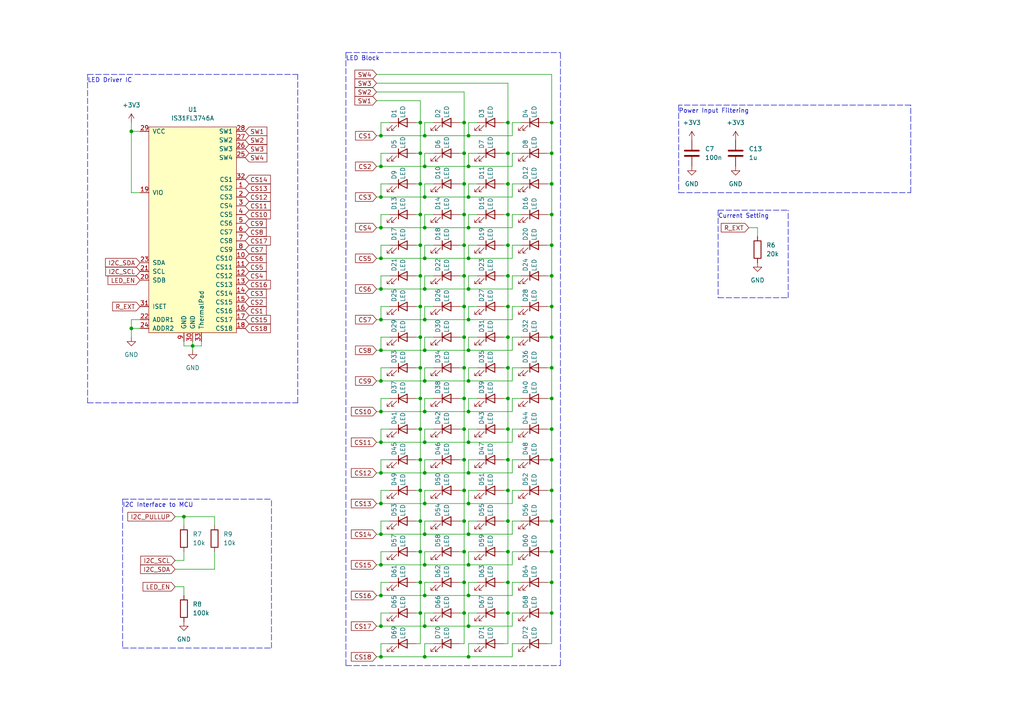
<source format=kicad_sch>
(kicad_sch (version 20211123) (generator eeschema)
  (paper "A4")
  (junction (at 134.62 35.56))
  (junction (at 123.19 48.26))
  (junction (at 147.32 124.46))
  (junction (at 135.89 128.27))
  (junction (at 123.19 57.15))
  (junction (at 134.62 106.68))
  (junction (at 135.89 57.15))
  (junction (at 134.62 115.57))
  (junction (at 123.19 137.16))
  (junction (at 110.49 39.37))
  (junction (at 147.32 177.8))
  (junction (at 123.19 119.38))
  (junction (at 134.62 151.13))
  (junction (at 123.19 92.71))
  (junction (at 123.19 181.61))
  (junction (at 160.02 160.02))
  (junction (at 160.02 106.68))
  (junction (at 135.89 74.93))
  (junction (at 110.49 190.5))
  (junction (at 110.49 92.71))
  (junction (at 110.49 146.05))
  (junction (at 38.1 95.25))
  (junction (at 134.62 71.12))
  (junction (at 121.92 177.8))
  (junction (at 134.62 168.91))
  (junction (at 160.02 115.57))
  (junction (at 121.92 133.35))
  (junction (at 134.62 97.79))
  (junction (at 110.49 57.15))
  (junction (at 121.92 35.56))
  (junction (at 135.89 163.83))
  (junction (at 147.32 88.9))
  (junction (at 55.88 100.33))
  (junction (at 147.32 168.91))
  (junction (at 147.32 142.24))
  (junction (at 160.02 168.91))
  (junction (at 160.02 142.24))
  (junction (at 53.34 149.86))
  (junction (at 160.02 53.34))
  (junction (at 123.19 39.37))
  (junction (at 147.32 35.56))
  (junction (at 110.49 83.82))
  (junction (at 121.92 168.91))
  (junction (at 147.32 71.12))
  (junction (at 160.02 62.23))
  (junction (at 110.49 110.49))
  (junction (at 110.49 66.04))
  (junction (at 160.02 44.45))
  (junction (at 160.02 124.46))
  (junction (at 110.49 154.94))
  (junction (at 121.92 53.34))
  (junction (at 121.92 71.12))
  (junction (at 123.19 172.72))
  (junction (at 135.89 48.26))
  (junction (at 123.19 163.83))
  (junction (at 134.62 53.34))
  (junction (at 121.92 80.01))
  (junction (at 147.32 53.34))
  (junction (at 135.89 110.49))
  (junction (at 147.32 44.45))
  (junction (at 123.19 74.93))
  (junction (at 121.92 151.13))
  (junction (at 135.89 181.61))
  (junction (at 121.92 124.46))
  (junction (at 123.19 146.05))
  (junction (at 121.92 44.45))
  (junction (at 160.02 133.35))
  (junction (at 135.89 83.82))
  (junction (at 121.92 160.02))
  (junction (at 135.89 92.71))
  (junction (at 134.62 80.01))
  (junction (at 147.32 106.68))
  (junction (at 123.19 83.82))
  (junction (at 121.92 142.24))
  (junction (at 134.62 124.46))
  (junction (at 147.32 97.79))
  (junction (at 160.02 151.13))
  (junction (at 147.32 62.23))
  (junction (at 160.02 71.12))
  (junction (at 123.19 101.6))
  (junction (at 134.62 44.45))
  (junction (at 110.49 48.26))
  (junction (at 123.19 190.5))
  (junction (at 110.49 181.61))
  (junction (at 147.32 133.35))
  (junction (at 135.89 101.6))
  (junction (at 135.89 66.04))
  (junction (at 110.49 101.6))
  (junction (at 121.92 62.23))
  (junction (at 110.49 172.72))
  (junction (at 121.92 88.9))
  (junction (at 135.89 190.5))
  (junction (at 110.49 137.16))
  (junction (at 134.62 160.02))
  (junction (at 160.02 97.79))
  (junction (at 123.19 128.27))
  (junction (at 135.89 154.94))
  (junction (at 147.32 151.13))
  (junction (at 160.02 177.8))
  (junction (at 147.32 160.02))
  (junction (at 160.02 80.01))
  (junction (at 160.02 35.56))
  (junction (at 121.92 115.57))
  (junction (at 110.49 163.83))
  (junction (at 123.19 66.04))
  (junction (at 134.62 62.23))
  (junction (at 160.02 88.9))
  (junction (at 121.92 97.79))
  (junction (at 134.62 177.8))
  (junction (at 135.89 39.37))
  (junction (at 123.19 154.94))
  (junction (at 121.92 106.68))
  (junction (at 134.62 88.9))
  (junction (at 135.89 172.72))
  (junction (at 134.62 133.35))
  (junction (at 135.89 119.38))
  (junction (at 135.89 146.05))
  (junction (at 110.49 119.38))
  (junction (at 110.49 74.93))
  (junction (at 147.32 115.57))
  (junction (at 134.62 142.24))
  (junction (at 123.19 110.49))
  (junction (at 135.89 137.16))
  (junction (at 110.49 128.27))
  (junction (at 38.1 38.1))
  (junction (at 147.32 80.01))
  (wire (pts (xy 120.65 97.79) (xy 121.92 97.79)))
  (wire (pts (xy 123.19 190.5) (xy 135.89 190.5)))
  (wire (pts (xy 151.13 151.13) (xy 148.59 151.13)))
  (wire (pts (xy 109.22 181.61) (xy 110.49 181.61)))
  (wire (pts (xy 123.19 177.8) (xy 123.19 181.61)))
  (wire (pts (xy 123.19 128.27) (xy 135.89 128.27)))
  (wire (pts (xy 125.73 168.91) (xy 123.19 168.91)))
  (wire (pts (xy 113.03 106.68) (xy 110.49 106.68)))
  (wire (pts (xy 135.89 39.37) (xy 148.59 39.37)))
  (wire (pts (xy 125.73 124.46) (xy 123.19 124.46)))
  (wire (pts (xy 120.65 88.9) (xy 121.92 88.9)))
  (wire (pts (xy 134.62 151.13) (xy 134.62 142.24)))
  (wire (pts (xy 38.1 38.1) (xy 38.1 35.56)))
  (polyline (pts (xy 208.28 60.96) (xy 208.28 86.36)))
  (wire (pts (xy 160.02 115.57) (xy 160.02 106.68)))
  (wire (pts (xy 135.89 128.27) (xy 148.59 128.27)))
  (wire (pts (xy 113.03 160.02) (xy 110.49 160.02)))
  (wire (pts (xy 113.03 71.12) (xy 110.49 71.12)))
  (wire (pts (xy 146.05 97.79) (xy 147.32 97.79)))
  (wire (pts (xy 138.43 71.12) (xy 135.89 71.12)))
  (wire (pts (xy 110.49 128.27) (xy 123.19 128.27)))
  (wire (pts (xy 135.89 190.5) (xy 148.59 190.5)))
  (wire (pts (xy 135.89 35.56) (xy 135.89 39.37)))
  (wire (pts (xy 151.13 115.57) (xy 148.59 115.57)))
  (wire (pts (xy 135.89 66.04) (xy 148.59 66.04)))
  (polyline (pts (xy 196.85 55.88) (xy 264.16 55.88)))
  (wire (pts (xy 138.43 53.34) (xy 135.89 53.34)))
  (wire (pts (xy 123.19 106.68) (xy 123.19 110.49)))
  (wire (pts (xy 120.65 115.57) (xy 121.92 115.57)))
  (wire (pts (xy 121.92 53.34) (xy 121.92 62.23)))
  (wire (pts (xy 123.19 88.9) (xy 123.19 92.71)))
  (wire (pts (xy 125.73 71.12) (xy 123.19 71.12)))
  (wire (pts (xy 135.89 101.6) (xy 148.59 101.6)))
  (wire (pts (xy 123.19 57.15) (xy 135.89 57.15)))
  (wire (pts (xy 135.89 172.72) (xy 148.59 172.72)))
  (wire (pts (xy 134.62 160.02) (xy 134.62 151.13)))
  (wire (pts (xy 148.59 80.01) (xy 148.59 83.82)))
  (wire (pts (xy 123.19 66.04) (xy 135.89 66.04)))
  (wire (pts (xy 160.02 133.35) (xy 160.02 124.46)))
  (wire (pts (xy 148.59 44.45) (xy 148.59 48.26)))
  (wire (pts (xy 148.59 115.57) (xy 148.59 119.38)))
  (wire (pts (xy 123.19 172.72) (xy 135.89 172.72)))
  (wire (pts (xy 38.1 92.71) (xy 38.1 95.25)))
  (wire (pts (xy 110.49 66.04) (xy 123.19 66.04)))
  (wire (pts (xy 146.05 124.46) (xy 147.32 124.46)))
  (wire (pts (xy 148.59 177.8) (xy 148.59 181.61)))
  (wire (pts (xy 146.05 133.35) (xy 147.32 133.35)))
  (wire (pts (xy 120.65 53.34) (xy 121.92 53.34)))
  (wire (pts (xy 38.1 55.88) (xy 38.1 38.1)))
  (polyline (pts (xy 25.4 21.59) (xy 86.36 21.59)))
  (wire (pts (xy 113.03 62.23) (xy 110.49 62.23)))
  (wire (pts (xy 125.73 177.8) (xy 123.19 177.8)))
  (wire (pts (xy 110.49 35.56) (xy 110.49 39.37)))
  (wire (pts (xy 151.13 62.23) (xy 148.59 62.23)))
  (wire (pts (xy 109.22 26.67) (xy 134.62 26.67)))
  (wire (pts (xy 110.49 115.57) (xy 110.49 119.38)))
  (wire (pts (xy 135.89 53.34) (xy 135.89 57.15)))
  (wire (pts (xy 134.62 124.46) (xy 134.62 115.57)))
  (wire (pts (xy 135.89 88.9) (xy 135.89 92.71)))
  (wire (pts (xy 110.49 53.34) (xy 110.49 57.15)))
  (wire (pts (xy 62.23 152.4) (xy 62.23 149.86)))
  (wire (pts (xy 134.62 71.12) (xy 134.62 62.23)))
  (wire (pts (xy 109.22 29.21) (xy 121.92 29.21)))
  (wire (pts (xy 134.62 26.67) (xy 134.62 35.56)))
  (wire (pts (xy 121.92 29.21) (xy 121.92 35.56)))
  (wire (pts (xy 138.43 151.13) (xy 135.89 151.13)))
  (polyline (pts (xy 35.56 187.96) (xy 78.74 187.96)))
  (wire (pts (xy 133.35 97.79) (xy 134.62 97.79)))
  (wire (pts (xy 160.02 186.69) (xy 160.02 177.8)))
  (wire (pts (xy 134.62 115.57) (xy 134.62 106.68)))
  (wire (pts (xy 110.49 57.15) (xy 123.19 57.15)))
  (wire (pts (xy 120.65 151.13) (xy 121.92 151.13)))
  (wire (pts (xy 151.13 71.12) (xy 148.59 71.12)))
  (wire (pts (xy 147.32 44.45) (xy 147.32 35.56)))
  (wire (pts (xy 134.62 142.24) (xy 133.35 142.24)))
  (wire (pts (xy 123.19 83.82) (xy 135.89 83.82)))
  (wire (pts (xy 138.43 80.01) (xy 135.89 80.01)))
  (wire (pts (xy 125.73 186.69) (xy 123.19 186.69)))
  (wire (pts (xy 110.49 62.23) (xy 110.49 66.04)))
  (wire (pts (xy 113.03 177.8) (xy 110.49 177.8)))
  (wire (pts (xy 109.22 146.05) (xy 110.49 146.05)))
  (wire (pts (xy 110.49 186.69) (xy 110.49 190.5)))
  (wire (pts (xy 138.43 88.9) (xy 135.89 88.9)))
  (wire (pts (xy 121.92 106.68) (xy 121.92 115.57)))
  (wire (pts (xy 110.49 101.6) (xy 123.19 101.6)))
  (wire (pts (xy 134.62 133.35) (xy 134.62 124.46)))
  (wire (pts (xy 38.1 95.25) (xy 38.1 97.79)))
  (wire (pts (xy 109.22 39.37) (xy 110.49 39.37)))
  (wire (pts (xy 158.75 80.01) (xy 160.02 80.01)))
  (wire (pts (xy 146.05 186.69) (xy 147.32 186.69)))
  (wire (pts (xy 151.13 160.02) (xy 148.59 160.02)))
  (wire (pts (xy 151.13 44.45) (xy 148.59 44.45)))
  (wire (pts (xy 135.89 110.49) (xy 148.59 110.49)))
  (wire (pts (xy 138.43 186.69) (xy 135.89 186.69)))
  (wire (pts (xy 110.49 142.24) (xy 110.49 146.05)))
  (wire (pts (xy 123.19 146.05) (xy 135.89 146.05)))
  (wire (pts (xy 134.62 168.91) (xy 134.62 160.02)))
  (wire (pts (xy 53.34 100.33) (xy 55.88 100.33)))
  (wire (pts (xy 113.03 142.24) (xy 110.49 142.24)))
  (wire (pts (xy 110.49 177.8) (xy 110.49 181.61)))
  (wire (pts (xy 160.02 62.23) (xy 160.02 53.34)))
  (wire (pts (xy 138.43 133.35) (xy 135.89 133.35)))
  (wire (pts (xy 125.73 44.45) (xy 123.19 44.45)))
  (wire (pts (xy 148.59 62.23) (xy 148.59 66.04)))
  (wire (pts (xy 147.32 35.56) (xy 146.05 35.56)))
  (polyline (pts (xy 196.85 30.48) (xy 196.85 55.88)))
  (wire (pts (xy 138.43 142.24) (xy 135.89 142.24)))
  (wire (pts (xy 151.13 124.46) (xy 148.59 124.46)))
  (wire (pts (xy 148.59 160.02) (xy 148.59 163.83)))
  (wire (pts (xy 53.34 99.06) (xy 53.34 100.33)))
  (wire (pts (xy 135.89 186.69) (xy 135.89 190.5)))
  (wire (pts (xy 121.92 133.35) (xy 121.92 142.24)))
  (wire (pts (xy 148.59 88.9) (xy 148.59 92.71)))
  (wire (pts (xy 147.32 177.8) (xy 147.32 168.91)))
  (polyline (pts (xy 100.33 15.24) (xy 162.56 15.24)))
  (wire (pts (xy 133.35 80.01) (xy 134.62 80.01)))
  (wire (pts (xy 160.02 151.13) (xy 160.02 142.24)))
  (wire (pts (xy 135.89 62.23) (xy 135.89 66.04)))
  (wire (pts (xy 158.75 97.79) (xy 160.02 97.79)))
  (wire (pts (xy 121.92 97.79) (xy 121.92 106.68)))
  (wire (pts (xy 147.32 106.68) (xy 147.32 97.79)))
  (wire (pts (xy 125.73 151.13) (xy 123.19 151.13)))
  (wire (pts (xy 110.49 172.72) (xy 123.19 172.72)))
  (wire (pts (xy 160.02 160.02) (xy 160.02 151.13)))
  (wire (pts (xy 40.64 38.1) (xy 38.1 38.1)))
  (wire (pts (xy 160.02 106.68) (xy 158.75 106.68)))
  (wire (pts (xy 120.65 44.45) (xy 121.92 44.45)))
  (wire (pts (xy 113.03 168.91) (xy 110.49 168.91)))
  (wire (pts (xy 158.75 62.23) (xy 160.02 62.23)))
  (wire (pts (xy 120.65 186.69) (xy 121.92 186.69)))
  (wire (pts (xy 120.65 142.24) (xy 121.92 142.24)))
  (wire (pts (xy 123.19 142.24) (xy 123.19 146.05)))
  (wire (pts (xy 133.35 71.12) (xy 134.62 71.12)))
  (wire (pts (xy 134.62 186.69) (xy 134.62 177.8)))
  (wire (pts (xy 120.65 62.23) (xy 121.92 62.23)))
  (wire (pts (xy 133.35 177.8) (xy 134.62 177.8)))
  (wire (pts (xy 110.49 83.82) (xy 123.19 83.82)))
  (wire (pts (xy 53.34 149.86) (xy 50.8 149.86)))
  (wire (pts (xy 125.73 97.79) (xy 123.19 97.79)))
  (wire (pts (xy 50.8 165.1) (xy 62.23 165.1)))
  (wire (pts (xy 125.73 160.02) (xy 123.19 160.02)))
  (wire (pts (xy 135.89 163.83) (xy 148.59 163.83)))
  (wire (pts (xy 125.73 133.35) (xy 123.19 133.35)))
  (wire (pts (xy 135.89 177.8) (xy 135.89 181.61)))
  (wire (pts (xy 113.03 88.9) (xy 110.49 88.9)))
  (wire (pts (xy 120.65 168.91) (xy 121.92 168.91)))
  (wire (pts (xy 135.89 146.05) (xy 148.59 146.05)))
  (wire (pts (xy 135.89 92.71) (xy 148.59 92.71)))
  (wire (pts (xy 109.22 57.15) (xy 110.49 57.15)))
  (wire (pts (xy 134.62 80.01) (xy 134.62 88.9)))
  (wire (pts (xy 147.32 133.35) (xy 147.32 124.46)))
  (polyline (pts (xy 208.28 60.96) (xy 228.6 60.96)))
  (polyline (pts (xy 35.56 144.78) (xy 35.56 187.96)))
  (wire (pts (xy 146.05 88.9) (xy 147.32 88.9)))
  (wire (pts (xy 147.32 124.46) (xy 147.32 115.57)))
  (wire (pts (xy 147.32 160.02) (xy 146.05 160.02)))
  (wire (pts (xy 134.62 44.45) (xy 134.62 35.56)))
  (wire (pts (xy 151.13 186.69) (xy 148.59 186.69)))
  (wire (pts (xy 160.02 53.34) (xy 158.75 53.34)))
  (polyline (pts (xy 100.33 15.24) (xy 100.33 193.04)))
  (wire (pts (xy 151.13 177.8) (xy 148.59 177.8)))
  (wire (pts (xy 158.75 151.13) (xy 160.02 151.13)))
  (wire (pts (xy 134.62 53.34) (xy 134.62 44.45)))
  (wire (pts (xy 109.22 74.93) (xy 110.49 74.93)))
  (wire (pts (xy 113.03 186.69) (xy 110.49 186.69)))
  (wire (pts (xy 109.22 24.13) (xy 147.32 24.13)))
  (wire (pts (xy 55.88 99.06) (xy 55.88 100.33)))
  (wire (pts (xy 113.03 97.79) (xy 110.49 97.79)))
  (wire (pts (xy 120.65 160.02) (xy 121.92 160.02)))
  (wire (pts (xy 138.43 62.23) (xy 135.89 62.23)))
  (wire (pts (xy 123.19 101.6) (xy 135.89 101.6)))
  (wire (pts (xy 160.02 53.34) (xy 160.02 44.45)))
  (wire (pts (xy 160.02 177.8) (xy 160.02 168.91)))
  (wire (pts (xy 109.22 190.5) (xy 110.49 190.5)))
  (wire (pts (xy 50.8 162.56) (xy 53.34 162.56)))
  (wire (pts (xy 110.49 133.35) (xy 110.49 137.16)))
  (wire (pts (xy 123.19 48.26) (xy 135.89 48.26)))
  (wire (pts (xy 147.32 168.91) (xy 147.32 160.02)))
  (polyline (pts (xy 264.16 55.88) (xy 264.16 30.48)))
  (wire (pts (xy 134.62 142.24) (xy 134.62 133.35)))
  (wire (pts (xy 40.64 92.71) (xy 38.1 92.71)))
  (wire (pts (xy 148.59 142.24) (xy 148.59 146.05)))
  (wire (pts (xy 160.02 35.56) (xy 158.75 35.56)))
  (wire (pts (xy 160.02 44.45) (xy 160.02 35.56)))
  (wire (pts (xy 113.03 80.01) (xy 110.49 80.01)))
  (wire (pts (xy 147.32 88.9) (xy 147.32 80.01)))
  (wire (pts (xy 146.05 106.68) (xy 147.32 106.68)))
  (wire (pts (xy 151.13 88.9) (xy 148.59 88.9)))
  (wire (pts (xy 160.02 124.46) (xy 160.02 115.57)))
  (wire (pts (xy 147.32 97.79) (xy 147.32 88.9)))
  (wire (pts (xy 135.89 106.68) (xy 135.89 110.49)))
  (wire (pts (xy 147.32 80.01) (xy 147.32 71.12)))
  (wire (pts (xy 110.49 137.16) (xy 123.19 137.16)))
  (wire (pts (xy 160.02 168.91) (xy 160.02 160.02)))
  (wire (pts (xy 151.13 133.35) (xy 148.59 133.35)))
  (wire (pts (xy 58.42 99.06) (xy 58.42 100.33)))
  (wire (pts (xy 123.19 74.93) (xy 135.89 74.93)))
  (wire (pts (xy 125.73 88.9) (xy 123.19 88.9)))
  (wire (pts (xy 138.43 115.57) (xy 135.89 115.57)))
  (polyline (pts (xy 86.36 116.84) (xy 86.36 21.59)))
  (wire (pts (xy 110.49 71.12) (xy 110.49 74.93)))
  (wire (pts (xy 38.1 95.25) (xy 40.64 95.25)))
  (wire (pts (xy 133.35 151.13) (xy 134.62 151.13)))
  (wire (pts (xy 110.49 146.05) (xy 123.19 146.05)))
  (wire (pts (xy 133.35 44.45) (xy 134.62 44.45)))
  (wire (pts (xy 148.59 106.68) (xy 148.59 110.49)))
  (wire (pts (xy 110.49 181.61) (xy 123.19 181.61)))
  (wire (pts (xy 109.22 119.38) (xy 110.49 119.38)))
  (wire (pts (xy 138.43 177.8) (xy 135.89 177.8)))
  (wire (pts (xy 123.19 115.57) (xy 123.19 119.38)))
  (wire (pts (xy 125.73 35.56) (xy 123.19 35.56)))
  (wire (pts (xy 113.03 35.56) (xy 110.49 35.56)))
  (wire (pts (xy 147.32 186.69) (xy 147.32 177.8)))
  (polyline (pts (xy 25.4 116.84) (xy 86.36 116.84)))
  (wire (pts (xy 62.23 165.1) (xy 62.23 160.02)))
  (wire (pts (xy 134.62 97.79) (xy 134.62 88.9)))
  (wire (pts (xy 148.59 133.35) (xy 148.59 137.16)))
  (wire (pts (xy 121.92 71.12) (xy 121.92 80.01)))
  (wire (pts (xy 133.35 160.02) (xy 134.62 160.02)))
  (wire (pts (xy 110.49 124.46) (xy 110.49 128.27)))
  (wire (pts (xy 133.35 88.9) (xy 134.62 88.9)))
  (wire (pts (xy 160.02 106.68) (xy 160.02 97.79)))
  (wire (pts (xy 148.59 151.13) (xy 148.59 154.94)))
  (wire (pts (xy 146.05 115.57) (xy 147.32 115.57)))
  (wire (pts (xy 120.65 80.01) (xy 121.92 80.01)))
  (wire (pts (xy 110.49 39.37) (xy 123.19 39.37)))
  (wire (pts (xy 123.19 137.16) (xy 135.89 137.16)))
  (wire (pts (xy 110.49 48.26) (xy 123.19 48.26)))
  (polyline (pts (xy 264.16 30.48) (xy 196.85 30.48)))
  (wire (pts (xy 135.89 168.91) (xy 135.89 172.72)))
  (wire (pts (xy 134.62 62.23) (xy 134.62 53.34)))
  (wire (pts (xy 151.13 168.91) (xy 148.59 168.91)))
  (wire (pts (xy 121.92 124.46) (xy 121.92 133.35)))
  (wire (pts (xy 121.92 35.56) (xy 121.92 44.45)))
  (wire (pts (xy 110.49 110.49) (xy 123.19 110.49)))
  (wire (pts (xy 160.02 160.02) (xy 158.75 160.02)))
  (wire (pts (xy 125.73 142.24) (xy 123.19 142.24)))
  (wire (pts (xy 158.75 44.45) (xy 160.02 44.45)))
  (wire (pts (xy 113.03 53.34) (xy 110.49 53.34)))
  (wire (pts (xy 134.62 106.68) (xy 134.62 97.79)))
  (wire (pts (xy 123.19 154.94) (xy 135.89 154.94)))
  (wire (pts (xy 110.49 151.13) (xy 110.49 154.94)))
  (wire (pts (xy 160.02 177.8) (xy 158.75 177.8)))
  (polyline (pts (xy 78.74 187.96) (xy 78.74 144.78)))
  (wire (pts (xy 147.32 142.24) (xy 147.32 133.35)))
  (wire (pts (xy 120.65 177.8) (xy 121.92 177.8)))
  (wire (pts (xy 123.19 168.91) (xy 123.19 172.72)))
  (wire (pts (xy 121.92 177.8) (xy 121.92 186.69)))
  (wire (pts (xy 147.32 53.34) (xy 147.32 44.45)))
  (wire (pts (xy 121.92 62.23) (xy 121.92 71.12)))
  (wire (pts (xy 62.23 149.86) (xy 53.34 149.86)))
  (wire (pts (xy 146.05 142.24) (xy 147.32 142.24)))
  (wire (pts (xy 121.92 151.13) (xy 121.92 160.02)))
  (wire (pts (xy 151.13 97.79) (xy 148.59 97.79)))
  (wire (pts (xy 133.35 168.91) (xy 134.62 168.91)))
  (wire (pts (xy 135.89 97.79) (xy 135.89 101.6)))
  (wire (pts (xy 160.02 80.01) (xy 160.02 71.12)))
  (wire (pts (xy 110.49 106.68) (xy 110.49 110.49)))
  (wire (pts (xy 160.02 168.91) (xy 158.75 168.91)))
  (wire (pts (xy 135.89 154.94) (xy 148.59 154.94)))
  (wire (pts (xy 134.62 80.01) (xy 134.62 71.12)))
  (wire (pts (xy 138.43 97.79) (xy 135.89 97.79)))
  (wire (pts (xy 110.49 190.5) (xy 123.19 190.5)))
  (wire (pts (xy 151.13 35.56) (xy 148.59 35.56)))
  (wire (pts (xy 160.02 142.24) (xy 160.02 133.35)))
  (wire (pts (xy 148.59 186.69) (xy 148.59 190.5)))
  (wire (pts (xy 158.75 124.46) (xy 160.02 124.46)))
  (wire (pts (xy 110.49 168.91) (xy 110.49 172.72)))
  (wire (pts (xy 135.89 83.82) (xy 148.59 83.82)))
  (wire (pts (xy 146.05 151.13) (xy 147.32 151.13)))
  (wire (pts (xy 109.22 83.82) (xy 110.49 83.82)))
  (wire (pts (xy 113.03 133.35) (xy 110.49 133.35)))
  (wire (pts (xy 135.89 44.45) (xy 135.89 48.26)))
  (wire (pts (xy 53.34 149.86) (xy 53.34 152.4)))
  (wire (pts (xy 134.62 133.35) (xy 133.35 133.35)))
  (wire (pts (xy 151.13 142.24) (xy 148.59 142.24)))
  (wire (pts (xy 158.75 71.12) (xy 160.02 71.12)))
  (wire (pts (xy 123.19 160.02) (xy 123.19 163.83)))
  (wire (pts (xy 113.03 124.46) (xy 110.49 124.46)))
  (wire (pts (xy 147.32 24.13) (xy 147.32 35.56)))
  (wire (pts (xy 123.19 97.79) (xy 123.19 101.6)))
  (wire (pts (xy 138.43 35.56) (xy 135.89 35.56)))
  (wire (pts (xy 123.19 44.45) (xy 123.19 48.26)))
  (wire (pts (xy 135.89 160.02) (xy 135.89 163.83)))
  (wire (pts (xy 147.32 151.13) (xy 147.32 142.24)))
  (wire (pts (xy 110.49 80.01) (xy 110.49 83.82)))
  (wire (pts (xy 160.02 71.12) (xy 160.02 62.23)))
  (wire (pts (xy 123.19 35.56) (xy 123.19 39.37)))
  (wire (pts (xy 121.92 168.91) (xy 121.92 177.8)))
  (wire (pts (xy 148.59 168.91) (xy 148.59 172.72)))
  (wire (pts (xy 53.34 162.56) (xy 53.34 160.02)))
  (wire (pts (xy 109.22 66.04) (xy 110.49 66.04)))
  (wire (pts (xy 109.22 128.27) (xy 110.49 128.27)))
  (wire (pts (xy 133.35 62.23) (xy 134.62 62.23)))
  (wire (pts (xy 125.73 106.68) (xy 123.19 106.68)))
  (wire (pts (xy 113.03 151.13) (xy 110.49 151.13)))
  (wire (pts (xy 121.92 142.24) (xy 121.92 151.13)))
  (wire (pts (xy 151.13 80.01) (xy 148.59 80.01)))
  (wire (pts (xy 123.19 181.61) (xy 135.89 181.61)))
  (wire (pts (xy 121.92 44.45) (xy 121.92 53.34)))
  (wire (pts (xy 123.19 80.01) (xy 123.19 83.82)))
  (wire (pts (xy 58.42 100.33) (xy 55.88 100.33)))
  (wire (pts (xy 160.02 21.59) (xy 160.02 35.56)))
  (wire (pts (xy 123.19 124.46) (xy 123.19 128.27)))
  (wire (pts (xy 109.22 92.71) (xy 110.49 92.71)))
  (wire (pts (xy 217.17 66.04) (xy 219.71 66.04)))
  (wire (pts (xy 148.59 71.12) (xy 148.59 74.93)))
  (wire (pts (xy 123.19 163.83) (xy 135.89 163.83)))
  (wire (pts (xy 121.92 115.57) (xy 121.92 124.46)))
  (wire (pts (xy 160.02 97.79) (xy 160.02 88.9)))
  (wire (pts (xy 147.32 160.02) (xy 147.32 151.13)))
  (polyline (pts (xy 228.6 86.36) (xy 228.6 60.96)))
  (wire (pts (xy 147.32 71.12) (xy 147.32 62.23)))
  (wire (pts (xy 109.22 21.59) (xy 160.02 21.59)))
  (wire (pts (xy 219.71 66.04) (xy 219.71 68.58)))
  (wire (pts (xy 133.35 186.69) (xy 134.62 186.69)))
  (wire (pts (xy 135.89 133.35) (xy 135.89 137.16)))
  (wire (pts (xy 138.43 106.68) (xy 135.89 106.68)))
  (wire (pts (xy 109.22 154.94) (xy 110.49 154.94)))
  (wire (pts (xy 147.32 62.23) (xy 147.32 53.34)))
  (wire (pts (xy 125.73 80.01) (xy 123.19 80.01)))
  (polyline (pts (xy 25.4 21.59) (xy 25.4 116.84)))
  (wire (pts (xy 109.22 163.83) (xy 110.49 163.83)))
  (wire (pts (xy 146.05 177.8) (xy 147.32 177.8)))
  (polyline (pts (xy 35.56 144.78) (xy 78.74 144.78)))
  (wire (pts (xy 120.65 133.35) (xy 121.92 133.35)))
  (wire (pts (xy 123.19 92.71) (xy 135.89 92.71)))
  (wire (pts (xy 135.89 142.24) (xy 135.89 146.05)))
  (wire (pts (xy 123.19 186.69) (xy 123.19 190.5)))
  (wire (pts (xy 135.89 151.13) (xy 135.89 154.94)))
  (wire (pts (xy 146.05 71.12) (xy 147.32 71.12)))
  (wire (pts (xy 160.02 88.9) (xy 160.02 80.01)))
  (wire (pts (xy 123.19 62.23) (xy 123.19 66.04)))
  (wire (pts (xy 135.89 181.61) (xy 148.59 181.61)))
  (wire (pts (xy 147.32 115.57) (xy 147.32 106.68)))
  (wire (pts (xy 109.22 137.16) (xy 110.49 137.16)))
  (wire (pts (xy 120.65 124.46) (xy 121.92 124.46)))
  (wire (pts (xy 151.13 53.34) (xy 148.59 53.34)))
  (wire (pts (xy 125.73 62.23) (xy 123.19 62.23)))
  (polyline (pts (xy 208.28 86.36) (xy 228.6 86.36)))
  (wire (pts (xy 146.05 62.23) (xy 147.32 62.23)))
  (wire (pts (xy 109.22 110.49) (xy 110.49 110.49)))
  (wire (pts (xy 50.8 170.18) (xy 53.34 170.18)))
  (wire (pts (xy 133.35 115.57) (xy 134.62 115.57)))
  (wire (pts (xy 135.89 71.12) (xy 135.89 74.93)))
  (wire (pts (xy 133.35 124.46) (xy 134.62 124.46)))
  (wire (pts (xy 138.43 160.02) (xy 135.89 160.02)))
  (wire (pts (xy 135.89 137.16) (xy 148.59 137.16)))
  (wire (pts (xy 158.75 115.57) (xy 160.02 115.57)))
  (wire (pts (xy 109.22 172.72) (xy 110.49 172.72)))
  (wire (pts (xy 120.65 71.12) (xy 121.92 71.12)))
  (wire (pts (xy 147.32 168.91) (xy 146.05 168.91)))
  (wire (pts (xy 147.32 44.45) (xy 146.05 44.45)))
  (wire (pts (xy 135.89 115.57) (xy 135.89 119.38)))
  (polyline (pts (xy 100.33 193.04) (xy 162.56 193.04)))
  (wire (pts (xy 109.22 101.6) (xy 110.49 101.6)))
  (wire (pts (xy 121.92 106.68) (xy 120.65 106.68)))
  (wire (pts (xy 121.92 80.01) (xy 121.92 88.9)))
  (wire (pts (xy 121.92 160.02) (xy 121.92 168.91)))
  (wire (pts (xy 135.89 74.93) (xy 148.59 74.93)))
  (wire (pts (xy 123.19 71.12) (xy 123.19 74.93)))
  (wire (pts (xy 110.49 119.38) (xy 123.19 119.38)))
  (wire (pts (xy 158.75 88.9) (xy 160.02 88.9)))
  (wire (pts (xy 151.13 106.68) (xy 148.59 106.68)))
  (wire (pts (xy 158.75 133.35) (xy 160.02 133.35)))
  (polyline (pts (xy 162.56 193.04) (xy 162.56 15.24)))
  (wire (pts (xy 135.89 48.26) (xy 148.59 48.26)))
  (wire (pts (xy 158.75 186.69) (xy 160.02 186.69)))
  (wire (pts (xy 138.43 168.91) (xy 135.89 168.91)))
  (wire (pts (xy 110.49 44.45) (xy 110.49 48.26)))
  (wire (pts (xy 110.49 154.94) (xy 123.19 154.94)))
  (wire (pts (xy 125.73 53.34) (xy 123.19 53.34)))
  (wire (pts (xy 123.19 39.37) (xy 135.89 39.37)))
  (wire (pts (xy 123.19 133.35) (xy 123.19 137.16)))
  (wire (pts (xy 53.34 170.18) (xy 53.34 172.72)))
  (wire (pts (xy 148.59 35.56) (xy 148.59 39.37)))
  (wire (pts (xy 110.49 97.79) (xy 110.49 101.6)))
  (wire (pts (xy 135.89 57.15) (xy 148.59 57.15)))
  (wire (pts (xy 123.19 119.38) (xy 135.89 119.38)))
  (wire (pts (xy 135.89 80.01) (xy 135.89 83.82)))
  (wire (pts (xy 125.73 115.57) (xy 123.19 115.57)))
  (wire (pts (xy 134.62 53.34) (xy 133.35 53.34)))
  (wire (pts (xy 146.05 80.01) (xy 147.32 80.01)))
  (wire (pts (xy 113.03 115.57) (xy 110.49 115.57)))
  (wire (pts (xy 138.43 124.46) (xy 135.89 124.46)))
  (wire (pts (xy 158.75 142.24) (xy 160.02 142.24)))
  (wire (pts (xy 146.05 53.34) (xy 147.32 53.34)))
  (wire (pts (xy 55.88 100.33) (xy 55.88 101.6)))
  (wire (pts (xy 134.62 35.56) (xy 133.35 35.56)))
  (wire (pts (xy 121.92 88.9) (xy 121.92 97.79)))
  (wire (pts (xy 135.89 124.46) (xy 135.89 128.27)))
  (wire (pts (xy 110.49 92.71) (xy 123.19 92.71)))
  (wire (pts (xy 110.49 74.93) (xy 123.19 74.93)))
  (wire (pts (xy 121.92 35.56) (xy 120.65 35.56)))
  (wire (pts (xy 138.43 44.45) (xy 135.89 44.45)))
  (wire (pts (xy 113.03 44.45) (xy 110.49 44.45)))
  (wire (pts (xy 135.89 119.38) (xy 148.59 119.38)))
  (wire (pts (xy 123.19 151.13) (xy 123.19 154.94)))
  (wire (pts (xy 40.64 55.88) (xy 38.1 55.88)))
  (wire (pts (xy 148.59 124.46) (xy 148.59 128.27)))
  (wire (pts (xy 110.49 163.83) (xy 123.19 163.83)))
  (wire (pts (xy 148.59 97.79) (xy 148.59 101.6)))
  (wire (pts (xy 123.19 110.49) (xy 135.89 110.49)))
  (wire (pts (xy 110.49 160.02) (xy 110.49 163.83)))
  (wire (pts (xy 148.59 53.34) (xy 148.59 57.15)))
  (wire (pts (xy 110.49 88.9) (xy 110.49 92.71)))
  (wire (pts (xy 134.62 177.8) (xy 134.62 168.91)))
  (wire (pts (xy 109.22 48.26) (xy 110.49 48.26)))
  (wire (pts (xy 133.35 106.68) (xy 134.62 106.68)))
  (wire (pts (xy 123.19 53.34) (xy 123.19 57.15)))
  (text "LED Driver IC" (at 25.4 24.13 0) (effects (font (size 1.27 1.27)) (justify left bottom)))
  (text "I2C Interface to MCU" (at 35.56 147.32 0) (effects (font (size 1.27 1.27)) (justify left bottom)))
  (text "Power Input Filtering" (at 196.85 33.02 0) (effects (font (size 1.27 1.27)) (justify left bottom)))
  (text "LED Block" (at 100.33 17.78 0) (effects (font (size 1.27 1.27)) (justify left bottom)))
  (text "Current Setting" (at 208.28 63.5 0) (effects (font (size 1.27 1.27)) (justify left bottom)))
  (global_label "SW3" (shape input) (at 71.12 43.18 0) (property "Intersheet References" "${INTERSHEET_REFS}" (effects hide)))
  (global_label "CS8" (shape input) (at 71.12 67.31 0) (property "Intersheet References" "${INTERSHEET_REFS}" (effects hide)))
  (global_label "CS17" (shape input) (at 71.12 69.85 0) (property "Intersheet References" "${INTERSHEET_REFS}" (effects hide)))
  (global_label "CS16" (shape input) (at 109.22 172.72 180) (property "Intersheet References" "${INTERSHEET_REFS}" (effects hide)))
  (global_label "SW2" (shape input) (at 109.22 26.67 180) (property "Intersheet References" "${INTERSHEET_REFS}" (effects hide)))
  (global_label "CS6" (shape input) (at 109.22 83.82 180) (property "Intersheet References" "${INTERSHEET_REFS}" (effects hide)))
  (global_label "SW3" (shape input) (at 109.22 24.13 180) (property "Intersheet References" "${INTERSHEET_REFS}" (effects hide)))
  (global_label "CS11" (shape input) (at 109.22 128.27 180) (property "Intersheet References" "${INTERSHEET_REFS}" (effects hide)))
  (global_label "CS9" (shape input) (at 109.22 110.49 180) (property "Intersheet References" "${INTERSHEET_REFS}" (effects hide)))
  (global_label "CS2" (shape input) (at 109.22 48.26 180) (property "Intersheet References" "${INTERSHEET_REFS}" (effects hide)))
  (global_label "CS12" (shape input) (at 71.12 57.15 0) (property "Intersheet References" "${INTERSHEET_REFS}" (effects hide)))
  (global_label "SW1" (shape input) (at 109.22 29.21 180) (property "Intersheet References" "${INTERSHEET_REFS}" (effects hide)))
  (global_label "CS9" (shape input) (at 71.12 64.77 0) (property "Intersheet References" "${INTERSHEET_REFS}" (effects hide)))
  (global_label "CS11" (shape input) (at 71.12 59.69 0) (property "Intersheet References" "${INTERSHEET_REFS}" (effects hide)))
  (global_label "CS17" (shape input) (at 109.22 181.61 180) (property "Intersheet References" "${INTERSHEET_REFS}" (effects hide)))
  (global_label "CS3" (shape input) (at 71.12 85.09 0) (property "Intersheet References" "${INTERSHEET_REFS}" (effects hide)))
  (global_label "CS6" (shape input) (at 71.12 74.93 0) (property "Intersheet References" "${INTERSHEET_REFS}" (effects hide)))
  (global_label "CS4" (shape input) (at 71.12 80.01 0) (property "Intersheet References" "${INTERSHEET_REFS}" (effects hide)))
  (global_label "I2C_PULLUP" (shape input) (at 50.8 149.86 180) (property "Intersheet References" "${INTERSHEET_REFS}" (effects hide)))
  (global_label "CS10" (shape input) (at 71.12 62.23 0) (property "Intersheet References" "${INTERSHEET_REFS}" (effects hide)))
  (global_label "CS12" (shape input) (at 109.22 137.16 180) (property "Intersheet References" "${INTERSHEET_REFS}" (effects hide)))
  (global_label "LED_EN" (shape input) (at 50.8 170.18 180) (property "Intersheet References" "${INTERSHEET_REFS}" (effects hide)))
  (global_label "CS5" (shape input) (at 109.22 74.93 180) (property "Intersheet References" "${INTERSHEET_REFS}" (effects hide)))
  (global_label "CS18" (shape input) (at 71.12 95.25 0) (property "Intersheet References" "${INTERSHEET_REFS}" (effects hide)))
  (global_label "SW2" (shape input) (at 71.12 40.64 0) (property "Intersheet References" "${INTERSHEET_REFS}" (effects hide)))
  (global_label "CS15" (shape input) (at 71.12 92.71 0) (property "Intersheet References" "${INTERSHEET_REFS}" (effects hide)))
  (global_label "CS15" (shape input) (at 109.22 163.83 180) (property "Intersheet References" "${INTERSHEET_REFS}" (effects hide)))
  (global_label "CS3" (shape input) (at 109.22 57.15 180) (property "Intersheet References" "${INTERSHEET_REFS}" (effects hide)))
  (global_label "CS1" (shape input) (at 71.12 90.17 0) (property "Intersheet References" "${INTERSHEET_REFS}" (effects hide)))
  (global_label "CS16" (shape input) (at 71.12 82.55 0) (property "Intersheet References" "${INTERSHEET_REFS}" (effects hide)))
  (global_label "I2C_SDA" (shape input) (at 40.64 76.2 180) (property "Intersheet References" "${INTERSHEET_REFS}" (effects hide)))
  (global_label "CS7" (shape input) (at 109.22 92.71 180) (property "Intersheet References" "${INTERSHEET_REFS}" (effects hide)))
  (global_label "LED_EN" (shape input) (at 40.64 81.28 180) (property "Intersheet References" "${INTERSHEET_REFS}" (effects hide)))
  (global_label "CS8" (shape input) (at 109.22 101.6 180) (property "Intersheet References" "${INTERSHEET_REFS}" (effects hide)))
  (global_label "CS13" (shape input) (at 109.22 146.05 180) (property "Intersheet References" "${INTERSHEET_REFS}" (effects hide)))
  (global_label "CS14" (shape input) (at 71.12 52.07 0) (property "Intersheet References" "${INTERSHEET_REFS}" (effects hide)))
  (global_label "I2C_SDA" (shape input) (at 50.8 165.1 180) (property "Intersheet References" "${INTERSHEET_REFS}" (effects hide)))
  (global_label "R_EXT" (shape input) (at 217.17 66.04 180) (property "Intersheet References" "${INTERSHEET_REFS}" (effects hide)))
  (global_label "CS14" (shape input) (at 109.22 154.94 180) (property "Intersheet References" "${INTERSHEET_REFS}" (effects hide)))
  (global_label "CS13" (shape input) (at 71.12 54.61 0) (property "Intersheet References" "${INTERSHEET_REFS}" (effects hide)))
  (global_label "CS1" (shape input) (at 109.22 39.37 180) (property "Intersheet References" "${INTERSHEET_REFS}" (effects hide)))
  (global_label "CS5" (shape input) (at 71.12 77.47 0) (property "Intersheet References" "${INTERSHEET_REFS}" (effects hide)))
  (global_label "CS4" (shape input) (at 109.22 66.04 180) (property "Intersheet References" "${INTERSHEET_REFS}" (effects hide)))
  (global_label "SW4" (shape input) (at 109.22 21.59 180) (property "Intersheet References" "${INTERSHEET_REFS}" (effects hide)))
  (global_label "CS7" (shape input) (at 71.12 72.39 0) (property "Intersheet References" "${INTERSHEET_REFS}" (effects hide)))
  (global_label "CS10" (shape input) (at 109.22 119.38 180) (property "Intersheet References" "${INTERSHEET_REFS}" (effects hide)))
  (global_label "R_EXT" (shape input) (at 40.64 88.9 180) (property "Intersheet References" "${INTERSHEET_REFS}" (effects hide)))
  (global_label "SW1" (shape input) (at 71.12 38.1 0) (property "Intersheet References" "${INTERSHEET_REFS}" (effects hide)))
  (global_label "CS2" (shape input) (at 71.12 87.63 0) (property "Intersheet References" "${INTERSHEET_REFS}" (effects hide)))
  (global_label "I2C_SCL" (shape input) (at 50.8 162.56 180) (property "Intersheet References" "${INTERSHEET_REFS}" (effects hide)))
  (global_label "CS18" (shape input) (at 109.22 190.5 180) (property "Intersheet References" "${INTERSHEET_REFS}" (effects hide)))
  (global_label "I2C_SCL" (shape input) (at 40.64 78.74 180) (property "Intersheet References" "${INTERSHEET_REFS}" (effects hide)))
  (global_label "SW4" (shape input) (at 71.12 45.72 0) (property "Intersheet References" "${INTERSHEET_REFS}" (effects hide)))
  (symbol (lib_id "Device:LED") (at 116.84 88.9 0) (unit 1)
    (property "Reference" "D25" (at 114.3 87.63 90) (effects (justify left)))
    (property "Value" "LED" (at 116.84 87.63 90) (effects (justify left)))
    (property "Footprint" "LED_SMD:LED_0603_1608Metric_Pad1.05x0.95mm_HandSolder" (effects hide))
  )
  (symbol (lib_id "Device:LED") (at 142.24 71.12 0) (unit 1)
    (property "Reference" "D19" (at 139.7 69.85 90) (effects (justify left)))
    (property "Value" "LED" (at 142.24 69.85 90) (effects (justify left)))
    (property "Footprint" "LED_SMD:LED_0603_1608Metric_Pad1.05x0.95mm_HandSolder" (effects hide))
  )
  (symbol (lib_id "Device:LED") (at 129.54 133.35 0) (unit 1)
    (property "Reference" "D46" (at 127 132.08 90) (effects (justify left)))
    (property "Value" "LED" (at 129.54 132.08 90) (effects (justify left)))
    (property "Footprint" "LED_SMD:LED_0603_1608Metric_Pad1.05x0.95mm_HandSolder" (effects hide))
  )
  (symbol (lib_id "Device:LED") (at 116.84 115.57 0) (unit 1)
    (property "Reference" "D37" (at 114.3 114.3 90) (effects (justify left)))
    (property "Value" "LED" (at 116.84 114.3 90) (effects (justify left)))
    (property "Footprint" "LED_SMD:LED_0603_1608Metric_Pad1.05x0.95mm_HandSolder" (effects hide))
  )
  (symbol (lib_id "Device:LED") (at 116.84 186.69 0) (unit 1)
    (property "Reference" "D69" (at 114.3 185.42 90) (effects (justify left)))
    (property "Value" "LED" (at 116.84 185.42 90) (effects (justify left)))
    (property "Footprint" "LED_SMD:LED_0603_1608Metric_Pad1.05x0.95mm_HandSolder" (effects hide))
  )
  (symbol (lib_id "Device:LED") (at 129.54 44.45 0) (unit 1)
    (property "Reference" "D6" (at 127 43.18 90) (effects (justify left)))
    (property "Value" "LED" (at 129.54 43.18 90) (effects (justify left)))
    (property "Footprint" "LED_SMD:LED_0603_1608Metric_Pad1.05x0.95mm_HandSolder" (effects hide))
  )
  (symbol (lib_id "Device:LED") (at 154.94 106.68 0) (unit 1)
    (property "Reference" "D36" (at 152.4 105.41 90) (effects (justify left)))
    (property "Value" "LED" (at 154.94 105.41 90) (effects (justify left)))
    (property "Footprint" "LED_SMD:LED_0603_1608Metric_Pad1.05x0.95mm_HandSolder" (effects hide))
  )
  (symbol (lib_id "Device:LED") (at 142.24 106.68 0) (unit 1)
    (property "Reference" "D35" (at 139.7 105.41 90) (effects (justify left)))
    (property "Value" "LED" (at 142.24 105.41 90) (effects (justify left)))
    (property "Footprint" "LED_SMD:LED_0603_1608Metric_Pad1.05x0.95mm_HandSolder" (effects hide))
  )
  (symbol (lib_id "Device:LED") (at 129.54 97.79 0) (unit 1)
    (property "Reference" "D30" (at 127 96.52 90) (effects (justify left)))
    (property "Value" "LED" (at 129.54 96.52 90) (effects (justify left)))
    (property "Footprint" "LED_SMD:LED_0603_1608Metric_Pad1.05x0.95mm_HandSolder" (effects hide))
  )
  (symbol (lib_id "Device:LED") (at 142.24 53.34 0) (unit 1)
    (property "Reference" "D11" (at 139.7 52.07 90) (effects (justify left)))
    (property "Value" "LED" (at 142.24 52.07 90) (effects (justify left)))
    (property "Footprint" "LED_SMD:LED_0603_1608Metric_Pad1.05x0.95mm_HandSolder" (effects hide))
  )
  (symbol (lib_id "Device:LED") (at 116.84 142.24 0) (unit 1)
    (property "Reference" "D49" (at 114.3 140.97 90) (effects (justify left)))
    (property "Value" "LED" (at 116.84 140.97 90) (effects (justify left)))
    (property "Footprint" "LED_SMD:LED_0603_1608Metric_Pad1.05x0.95mm_HandSolder" (effects hide))
  )
  (symbol (lib_id "Device:LED") (at 142.24 124.46 0) (unit 1)
    (property "Reference" "D43" (at 139.7 123.19 90) (effects (justify left)))
    (property "Value" "LED" (at 142.24 123.19 90) (effects (justify left)))
    (property "Footprint" "LED_SMD:LED_0603_1608Metric_Pad1.05x0.95mm_HandSolder" (effects hide))
  )
  (symbol (lib_id "Device:LED") (at 129.54 124.46 0) (unit 1)
    (property "Reference" "D42" (at 127 123.19 90) (effects (justify left)))
    (property "Value" "LED" (at 129.54 123.19 90) (effects (justify left)))
    (property "Footprint" "LED_SMD:LED_0603_1608Metric_Pad1.05x0.95mm_HandSolder" (effects hide))
  )
  (symbol (lib_id "Device:LED") (at 129.54 186.69 0) (unit 1)
    (property "Reference" "D70" (at 127 185.42 90) (effects (justify left)))
    (property "Value" "LED" (at 129.54 185.42 90) (effects (justify left)))
    (property "Footprint" "LED_SMD:LED_0603_1608Metric_Pad1.05x0.95mm_HandSolder" (effects hide))
  )
  (symbol (lib_id "Device:LED") (at 142.24 115.57 0) (unit 1)
    (property "Reference" "D39" (at 139.7 114.3 90) (effects (justify left)))
    (property "Value" "LED" (at 142.24 114.3 90) (effects (justify left)))
    (property "Footprint" "LED_SMD:LED_0603_1608Metric_Pad1.05x0.95mm_HandSolder" (effects hide))
  )
  (symbol (lib_id "power:GND") (at 55.88 101.6 0) (unit 1)
    (property "Reference" "#PWR0101" (effects hide))
    (property "Value" "GND" (at 55.88 106.68 0))
  )
  (symbol (lib_id "Device:LED") (at 154.94 115.57 0) (unit 1)
    (property "Reference" "D40" (at 152.4 114.3 90) (effects (justify left)))
    (property "Value" "LED" (at 154.94 114.3 90) (effects (justify left)))
    (property "Footprint" "LED_SMD:LED_0603_1608Metric_Pad1.05x0.95mm_HandSolder" (effects hide))
  )
  (symbol (lib_id "Device:LED") (at 116.84 106.68 0) (unit 1)
    (property "Reference" "D33" (at 114.3 105.41 90) (effects (justify left)))
    (property "Value" "LED" (at 116.84 105.41 90) (effects (justify left)))
    (property "Footprint" "LED_SMD:LED_0603_1608Metric_Pad1.05x0.95mm_HandSolder" (effects hide))
  )
  (symbol (lib_id "Device:LED") (at 116.84 124.46 0) (unit 1)
    (property "Reference" "D41" (at 114.3 123.19 90) (effects (justify left)))
    (property "Value" "LED" (at 116.84 123.19 90) (effects (justify left)))
    (property "Footprint" "LED_SMD:LED_0603_1608Metric_Pad1.05x0.95mm_HandSolder" (effects hide))
  )
  (symbol (lib_id "Device:LED") (at 129.54 71.12 0) (unit 1)
    (property "Reference" "D18" (at 127 69.85 90) (effects (justify left)))
    (property "Value" "LED" (at 129.54 69.85 90) (effects (justify left)))
    (property "Footprint" "LED_SMD:LED_0603_1608Metric_Pad1.05x0.95mm_HandSolder" (effects hide))
  )
  (symbol (lib_id "Device:LED") (at 154.94 88.9 0) (unit 1)
    (property "Reference" "D28" (at 152.4 87.63 90) (effects (justify left)))
    (property "Value" "LED" (at 154.94 87.63 90) (effects (justify left)))
    (property "Footprint" "LED_SMD:LED_0603_1608Metric_Pad1.05x0.95mm_HandSolder" (effects hide))
  )
  (symbol (lib_id "Device:LED") (at 142.24 44.45 0) (unit 1)
    (property "Reference" "D7" (at 139.7 43.18 90) (effects (justify left)))
    (property "Value" "LED" (at 142.24 43.18 90) (effects (justify left)))
    (property "Footprint" "LED_SMD:LED_0603_1608Metric_Pad1.05x0.95mm_HandSolder" (effects hide))
  )
  (symbol (lib_id "Device:LED") (at 129.54 142.24 0) (unit 1)
    (property "Reference" "D50" (at 127 140.97 90) (effects (justify left)))
    (property "Value" "LED" (at 129.54 140.97 90) (effects (justify left)))
    (property "Footprint" "LED_SMD:LED_0603_1608Metric_Pad1.05x0.95mm_HandSolder" (effects hide))
  )
  (symbol (lib_id "Device:LED") (at 142.24 133.35 0) (unit 1)
    (property "Reference" "D47" (at 139.7 132.08 90) (effects (justify left)))
    (property "Value" "LED" (at 142.24 132.08 90) (effects (justify left)))
    (property "Footprint" "LED_SMD:LED_0603_1608Metric_Pad1.05x0.95mm_HandSolder" (effects hide))
  )
  (symbol (lib_id "Device:LED") (at 142.24 97.79 0) (unit 1)
    (property "Reference" "D31" (at 139.7 96.52 90) (effects (justify left)))
    (property "Value" "LED" (at 142.24 96.52 90) (effects (justify left)))
    (property "Footprint" "LED_SMD:LED_0603_1608Metric_Pad1.05x0.95mm_HandSolder" (effects hide))
  )
  (symbol (lib_id "Device:LED") (at 116.84 53.34 0) (unit 1)
    (property "Reference" "D9" (at 114.3 52.07 90) (effects (justify left)))
    (property "Value" "LED" (at 116.84 52.07 90) (effects (justify left)))
    (property "Footprint" "LED_SMD:LED_0603_1608Metric_Pad1.05x0.95mm_HandSolder" (effects hide))
  )
  (symbol (lib_id "Device:R") (at 62.23 156.21 0) (unit 1)
    (property "Reference" "R9" (at 64.77 154.9399 0) (effects (justify left)))
    (property "Value" "10k" (at 64.77 157.4799 0) (effects (justify left)))
    (property "Footprint" "Resistor_SMD:R_0603_1608Metric_Pad0.98x0.95mm_HandSolder" (effects hide))
  )
  (symbol (lib_id "power:GND") (at 38.1 97.79 0) (mirror y) (unit 1)
    (property "Reference" "#PWR0122" (effects hide))
    (property "Value" "GND" (at 38.1 102.87 0))
  )
  (symbol (lib_id "Device:LED") (at 116.84 44.45 0) (unit 1)
    (property "Reference" "D5" (at 114.3 43.18 90) (effects (justify left)))
    (property "Value" "LED" (at 116.84 43.18 90) (effects (justify left)))
    (property "Footprint" "LED_SMD:LED_0603_1608Metric_Pad1.05x0.95mm_HandSolder" (effects hide))
  )
  (symbol (lib_id "Device:LED") (at 116.84 168.91 0) (unit 1)
    (property "Reference" "D61" (at 114.3 167.64 90) (effects (justify left)))
    (property "Value" "LED" (at 116.84 167.64 90) (effects (justify left)))
    (property "Footprint" "LED_SMD:LED_0603_1608Metric_Pad1.05x0.95mm_HandSolder" (effects hide))
  )
  (symbol (lib_id "power:+3V3") (at 38.1 35.56 0) (unit 1)
    (property "Reference" "#PWR0124" (effects hide))
    (property "Value" "+3V3" (at 38.1 30.48 0))
  )
  (symbol (lib_id "Device:LED") (at 116.84 151.13 0) (unit 1)
    (property "Reference" "D53" (at 114.3 149.86 90) (effects (justify left)))
    (property "Value" "LED" (at 116.84 149.86 90) (effects (justify left)))
    (property "Footprint" "LED_SMD:LED_0603_1608Metric_Pad1.05x0.95mm_HandSolder" (effects hide))
  )
  (symbol (lib_id "Device:LED") (at 116.84 160.02 0) (unit 1)
    (property "Reference" "D57" (at 114.3 158.75 90) (effects (justify left)))
    (property "Value" "LED" (at 116.84 158.75 90) (effects (justify left)))
    (property "Footprint" "LED_SMD:LED_0603_1608Metric_Pad1.05x0.95mm_HandSolder" (effects hide))
  )
  (symbol (lib_id "Device:LED") (at 154.94 97.79 0) (unit 1)
    (property "Reference" "D32" (at 152.4 96.52 90) (effects (justify left)))
    (property "Value" "LED" (at 154.94 96.52 90) (effects (justify left)))
    (property "Footprint" "LED_SMD:LED_0603_1608Metric_Pad1.05x0.95mm_HandSolder" (effects hide))
  )
  (symbol (lib_id "power:GND") (at 219.71 76.2 0) (mirror y) (unit 1)
    (property "Reference" "#PWR0127" (effects hide))
    (property "Value" "GND" (at 219.71 81.28 0))
  )
  (symbol (lib_id "Device:LED") (at 129.54 53.34 0) (unit 1)
    (property "Reference" "D10" (at 127 52.07 90) (effects (justify left)))
    (property "Value" "LED" (at 129.54 52.07 90) (effects (justify left)))
    (property "Footprint" "LED_SMD:LED_0603_1608Metric_Pad1.05x0.95mm_HandSolder" (effects hide))
  )
  (symbol (lib_id "Device:LED") (at 154.94 177.8 0) (unit 1)
    (property "Reference" "D68" (at 152.4 176.53 90) (effects (justify left)))
    (property "Value" "LED" (at 154.94 176.53 90) (effects (justify left)))
    (property "Footprint" "LED_SMD:LED_0603_1608Metric_Pad1.05x0.95mm_HandSolder" (effects hide))
  )
  (symbol (lib_id "Device:LED") (at 116.84 71.12 0) (unit 1)
    (property "Reference" "D17" (at 114.3 69.85 90) (effects (justify left)))
    (property "Value" "LED" (at 116.84 69.85 90) (effects (justify left)))
    (property "Footprint" "LED_SMD:LED_0603_1608Metric_Pad1.05x0.95mm_HandSolder" (effects hide))
  )
  (symbol (lib_id "Device:R") (at 53.34 176.53 0) (unit 1)
    (property "Reference" "R8" (at 55.88 175.2599 0) (effects (justify left)))
    (property "Value" "100k" (at 55.88 177.7999 0) (effects (justify left)))
    (property "Footprint" "Resistor_SMD:R_0603_1608Metric_Pad0.98x0.95mm_HandSolder" (effects hide))
  )
  (symbol (lib_id "Device:LED") (at 154.94 44.45 0) (unit 1)
    (property "Reference" "D8" (at 152.4 43.18 90) (effects (justify left)))
    (property "Value" "LED" (at 154.94 43.18 90) (effects (justify left)))
    (property "Footprint" "LED_SMD:LED_0603_1608Metric_Pad1.05x0.95mm_HandSolder" (effects hide))
  )
  (symbol (lib_id "Device:LED") (at 154.94 62.23 0) (unit 1)
    (property "Reference" "D16" (at 152.4 60.96 90) (effects (justify left)))
    (property "Value" "LED" (at 154.94 60.96 90) (effects (justify left)))
    (property "Footprint" "LED_SMD:LED_0603_1608Metric_Pad1.05x0.95mm_HandSolder" (effects hide))
  )
  (symbol (lib_id "Device:R") (at 53.34 156.21 0) (unit 1)
    (property "Reference" "R7" (at 55.88 154.9399 0) (effects (justify left)))
    (property "Value" "10k" (at 55.88 157.4799 0) (effects (justify left)))
    (property "Footprint" "Resistor_SMD:R_0603_1608Metric_Pad0.98x0.95mm_HandSolder" (effects hide))
  )
  (symbol (lib_id "Device:LED") (at 129.54 168.91 0) (unit 1)
    (property "Reference" "D62" (at 127 167.64 90) (effects (justify left)))
    (property "Value" "LED" (at 129.54 167.64 90) (effects (justify left)))
    (property "Footprint" "LED_SMD:LED_0603_1608Metric_Pad1.05x0.95mm_HandSolder" (effects hide))
  )
  (symbol (lib_id "Device:LED") (at 116.84 97.79 0) (unit 1)
    (property "Reference" "D29" (at 114.3 96.52 90) (effects (justify left)))
    (property "Value" "LED" (at 116.84 96.52 90) (effects (justify left)))
    (property "Footprint" "LED_SMD:LED_0603_1608Metric_Pad1.05x0.95mm_HandSolder" (effects hide))
  )
  (symbol (lib_id "power:GND") (at 53.34 180.34 0) (unit 1)
    (property "Reference" "#PWR0129" (effects hide))
    (property "Value" "GND" (at 53.34 185.42 0))
  )
  (symbol (lib_id "Device:LED") (at 129.54 62.23 0) (unit 1)
    (property "Reference" "D14" (at 127 60.96 90) (effects (justify left)))
    (property "Value" "LED" (at 129.54 60.96 90) (effects (justify left)))
    (property "Footprint" "LED_SMD:LED_0603_1608Metric_Pad1.05x0.95mm_HandSolder" (effects hide))
  )
  (symbol (lib_id "Device:LED") (at 142.24 142.24 0) (unit 1)
    (property "Reference" "D51" (at 139.7 140.97 90) (effects (justify left)))
    (property "Value" "LED" (at 142.24 140.97 90) (effects (justify left)))
    (property "Footprint" "LED_SMD:LED_0603_1608Metric_Pad1.05x0.95mm_HandSolder" (effects hide))
  )
  (symbol (lib_id "Device:LED") (at 116.84 133.35 0) (unit 1)
    (property "Reference" "D45" (at 114.3 132.08 90) (effects (justify left)))
    (property "Value" "LED" (at 116.84 132.08 90) (effects (justify left)))
    (property "Footprint" "LED_SMD:LED_0603_1608Metric_Pad1.05x0.95mm_HandSolder" (effects hide))
  )
  (symbol (lib_id "Device:LED") (at 154.94 80.01 0) (unit 1)
    (property "Reference" "D24" (at 152.4 78.74 90) (effects (justify left)))
    (property "Value" "LED" (at 154.94 78.74 90) (effects (justify left)))
    (property "Footprint" "LED_SMD:LED_0603_1608Metric_Pad1.05x0.95mm_HandSolder" (effects hide))
  )
  (symbol (lib_id "Device:LED") (at 142.24 151.13 0) (unit 1)
    (property "Reference" "D55" (at 139.7 149.86 90) (effects (justify left)))
    (property "Value" "LED" (at 142.24 149.86 90) (effects (justify left)))
    (property "Footprint" "LED_SMD:LED_0603_1608Metric_Pad1.05x0.95mm_HandSolder" (effects hide))
  )
  (symbol (lib_id "Device:LED") (at 129.54 160.02 0) (unit 1)
    (property "Reference" "D58" (at 127 158.75 90) (effects (justify left)))
    (property "Value" "LED" (at 129.54 158.75 90) (effects (justify left)))
    (property "Footprint" "LED_SMD:LED_0603_1608Metric_Pad1.05x0.95mm_HandSolder" (effects hide))
  )
  (symbol (lib_id "Device:LED") (at 142.24 177.8 0) (unit 1)
    (property "Reference" "D67" (at 139.7 176.53 90) (effects (justify left)))
    (property "Value" "LED" (at 142.24 176.53 90) (effects (justify left)))
    (property "Footprint" "LED_SMD:LED_0603_1608Metric_Pad1.05x0.95mm_HandSolder" (effects hide))
  )
  (symbol (lib_id "Device:LED") (at 154.94 35.56 0) (unit 1)
    (property "Reference" "D4" (at 152.4 34.29 90) (effects (justify left)))
    (property "Value" "LED" (at 154.94 34.29 90) (effects (justify left)))
    (property "Footprint" "LED_SMD:LED_0603_1608Metric_Pad1.05x0.95mm_HandSolder" (effects hide))
  )
  (symbol (lib_id "power:+3V3") (at 200.66 40.64 0) (unit 1)
    (property "Reference" "#PWR0132" (effects hide))
    (property "Value" "+3V3" (at 200.66 35.56 0))
  )
  (symbol (lib_id "Device:LED") (at 129.54 151.13 0) (unit 1)
    (property "Reference" "D54" (at 127 149.86 90) (effects (justify left)))
    (property "Value" "LED" (at 129.54 149.86 90) (effects (justify left)))
    (property "Footprint" "LED_SMD:LED_0603_1608Metric_Pad1.05x0.95mm_HandSolder" (effects hide))
  )
  (symbol (lib_id "Device:LED") (at 154.94 142.24 0) (unit 1)
    (property "Reference" "D52" (at 152.4 140.97 90) (effects (justify left)))
    (property "Value" "LED" (at 154.94 140.97 90) (effects (justify left)))
    (property "Footprint" "LED_SMD:LED_0603_1608Metric_Pad1.05x0.95mm_HandSolder" (effects hide))
  )
  (symbol (lib_id "Device:LED") (at 154.94 168.91 0) (unit 1)
    (property "Reference" "D64" (at 152.4 167.64 90) (effects (justify left)))
    (property "Value" "LED" (at 154.94 167.64 90) (effects (justify left)))
    (property "Footprint" "LED_SMD:LED_0603_1608Metric_Pad1.05x0.95mm_HandSolder" (effects hide))
  )
  (symbol (lib_id "Device:LED") (at 129.54 106.68 0) (unit 1)
    (property "Reference" "D34" (at 127 105.41 90) (effects (justify left)))
    (property "Value" "LED" (at 129.54 105.41 90) (effects (justify left)))
    (property "Footprint" "LED_SMD:LED_0603_1608Metric_Pad1.05x0.95mm_HandSolder" (effects hide))
  )
  (symbol (lib_id "Device:LED") (at 154.94 151.13 0) (unit 1)
    (property "Reference" "D56" (at 152.4 149.86 90) (effects (justify left)))
    (property "Value" "LED" (at 154.94 149.86 90) (effects (justify left)))
    (property "Footprint" "LED_SMD:LED_0603_1608Metric_Pad1.05x0.95mm_HandSolder" (effects hide))
  )
  (symbol (lib_id "Device:LED") (at 129.54 35.56 0) (unit 1)
    (property "Reference" "D2" (at 127 34.29 90) (effects (justify left)))
    (property "Value" "LED" (at 129.54 34.29 90) (effects (justify left)))
    (property "Footprint" "LED_SMD:LED_0603_1608Metric_Pad1.05x0.95mm_HandSolder" (effects hide))
  )
  (symbol (lib_id "Device:LED") (at 142.24 160.02 0) (unit 1)
    (property "Reference" "D59" (at 139.7 158.75 90) (effects (justify left)))
    (property "Value" "LED" (at 142.24 158.75 90) (effects (justify left)))
    (property "Footprint" "LED_SMD:LED_0603_1608Metric_Pad1.05x0.95mm_HandSolder" (effects hide))
  )
  (symbol (lib_id "LED_Clock_HW:IS31FL3746A") (at 55.88 69.85 0) (unit 1)
    (property "Reference" "U1" (at 55.88 31.75 0))
    (property "Value" "IS31FL3746A" (at 55.88 34.29 0))
    (property "Footprint" "LED_Clock_HW:QFN-32_EP_4x4_Pitch0.4mm" (effects hide))
  )
  (symbol (lib_id "Device:LED") (at 154.94 160.02 0) (unit 1)
    (property "Reference" "D60" (at 152.4 158.75 90) (effects (justify left)))
    (property "Value" "LED" (at 154.94 158.75 90) (effects (justify left)))
    (property "Footprint" "LED_SMD:LED_0603_1608Metric_Pad1.05x0.95mm_HandSolder" (effects hide))
  )
  (symbol (lib_id "Device:LED") (at 142.24 80.01 0) (unit 1)
    (property "Reference" "D23" (at 139.7 78.74 90) (effects (justify left)))
    (property "Value" "LED" (at 142.24 78.74 90) (effects (justify left)))
    (property "Footprint" "LED_SMD:LED_0603_1608Metric_Pad1.05x0.95mm_HandSolder" (effects hide))
  )
  (symbol (lib_id "Device:LED") (at 142.24 168.91 0) (unit 1)
    (property "Reference" "D63" (at 139.7 167.64 90) (effects (justify left)))
    (property "Value" "LED" (at 142.24 167.64 90) (effects (justify left)))
    (property "Footprint" "LED_SMD:LED_0603_1608Metric_Pad1.05x0.95mm_HandSolder" (effects hide))
  )
  (symbol (lib_id "Device:LED") (at 116.84 62.23 0) (unit 1)
    (property "Reference" "D13" (at 114.3 60.96 90) (effects (justify left)))
    (property "Value" "LED" (at 116.84 60.96 90) (effects (justify left)))
    (property "Footprint" "LED_SMD:LED_0603_1608Metric_Pad1.05x0.95mm_HandSolder" (effects hide))
  )
  (symbol (lib_id "Device:LED") (at 154.94 53.34 0) (unit 1)
    (property "Reference" "D12" (at 152.4 52.07 90) (effects (justify left)))
    (property "Value" "LED" (at 154.94 52.07 90) (effects (justify left)))
    (property "Footprint" "LED_SMD:LED_0603_1608Metric_Pad1.05x0.95mm_HandSolder" (effects hide))
  )
  (symbol (lib_id "Device:LED") (at 116.84 80.01 0) (unit 1)
    (property "Reference" "D21" (at 114.3 78.74 90) (effects (justify left)))
    (property "Value" "LED" (at 116.84 78.74 90) (effects (justify left)))
    (property "Footprint" "LED_SMD:LED_0603_1608Metric_Pad1.05x0.95mm_HandSolder" (effects hide))
  )
  (symbol (lib_id "Device:LED") (at 129.54 177.8 0) (unit 1)
    (property "Reference" "D66" (at 127 176.53 90) (effects (justify left)))
    (property "Value" "LED" (at 129.54 176.53 90) (effects (justify left)))
    (property "Footprint" "LED_SMD:LED_0603_1608Metric_Pad1.05x0.95mm_HandSolder" (effects hide))
  )
  (symbol (lib_id "Device:LED") (at 129.54 115.57 0) (unit 1)
    (property "Reference" "D38" (at 127 114.3 90) (effects (justify left)))
    (property "Value" "LED" (at 129.54 114.3 90) (effects (justify left)))
    (property "Footprint" "LED_SMD:LED_0603_1608Metric_Pad1.05x0.95mm_HandSolder" (effects hide))
  )
  (symbol (lib_id "power:GND") (at 213.36 48.26 0) (mirror y) (unit 1)
    (property "Reference" "#PWR0136" (effects hide))
    (property "Value" "GND" (at 213.36 53.34 0))
  )
  (symbol (lib_id "Device:LED") (at 142.24 35.56 0) (unit 1)
    (property "Reference" "D3" (at 139.7 34.29 90) (effects (justify left)))
    (property "Value" "LED" (at 142.24 34.29 90) (effects (justify left)))
    (property "Footprint" "LED_SMD:LED_0603_1608Metric_Pad1.05x0.95mm_HandSolder" (effects hide))
  )
  (symbol (lib_id "Device:LED") (at 129.54 88.9 0) (unit 1)
    (property "Reference" "D26" (at 127 87.63 90) (effects (justify left)))
    (property "Value" "LED" (at 129.54 87.63 90) (effects (justify left)))
    (property "Footprint" "LED_SMD:LED_0603_1608Metric_Pad1.05x0.95mm_HandSolder" (effects hide))
  )
  (symbol (lib_id "Device:C") (at 213.36 44.45 0) (unit 1)
    (property "Reference" "C13" (at 217.17 43.1799 0) (effects (justify left)))
    (property "Value" "1u" (at 217.17 45.7199 0) (effects (justify left)))
    (property "Footprint" "Capacitor_SMD:C_0603_1608Metric_Pad1.08x0.95mm_HandSolder" (effects hide))
  )
  (symbol (lib_id "Device:R") (at 219.71 72.39 0) (unit 1)
    (property "Reference" "R6" (at 222.25 71.1199 0) (effects (justify left)))
    (property "Value" "20k" (at 222.25 73.6599 0) (effects (justify left)))
    (property "Footprint" "Resistor_SMD:R_0603_1608Metric_Pad0.98x0.95mm_HandSolder" (effects hide))
  )
  (symbol (lib_id "Device:LED") (at 154.94 186.69 0) (unit 1)
    (property "Reference" "D72" (at 152.4 185.42 90) (effects (justify left)))
    (property "Value" "LED" (at 154.94 185.42 90) (effects (justify left)))
    (property "Footprint" "LED_SMD:LED_0603_1608Metric_Pad1.05x0.95mm_HandSolder" (effects hide))
  )
  (symbol (lib_id "Device:LED") (at 142.24 62.23 0) (unit 1)
    (property "Reference" "D15" (at 139.7 60.96 90) (effects (justify left)))
    (property "Value" "LED" (at 142.24 60.96 90) (effects (justify left)))
    (property "Footprint" "LED_SMD:LED_0603_1608Metric_Pad1.05x0.95mm_HandSolder" (effects hide))
  )
  (symbol (lib_id "Device:LED") (at 116.84 35.56 0) (unit 1)
    (property "Reference" "D1" (at 114.3 34.29 90) (effects (justify left)))
    (property "Value" "LED" (at 116.84 34.29 90) (effects (justify left)))
    (property "Footprint" "LED_SMD:LED_0603_1608Metric_Pad1.05x0.95mm_HandSolder" (effects hide))
  )
  (symbol (lib_id "Device:LED") (at 129.54 80.01 0) (unit 1)
    (property "Reference" "D22" (at 127 78.74 90) (effects (justify left)))
    (property "Value" "LED" (at 129.54 78.74 90) (effects (justify left)))
    (property "Footprint" "LED_SMD:LED_0603_1608Metric_Pad1.05x0.95mm_HandSolder" (effects hide))
  )
  (symbol (lib_id "Device:C") (at 200.66 44.45 0) (unit 1)
    (property "Reference" "C7" (at 204.47 43.1799 0) (effects (justify left)))
    (property "Value" "100n" (at 204.47 45.7199 0) (effects (justify left)))
    (property "Footprint" "Capacitor_SMD:C_0603_1608Metric_Pad1.08x0.95mm_HandSolder" (effects hide))
  )
  (symbol (lib_id "Device:LED") (at 154.94 71.12 0) (unit 1)
    (property "Reference" "D20" (at 152.4 69.85 90) (effects (justify left)))
    (property "Value" "LED" (at 154.94 69.85 90) (effects (justify left)))
    (property "Footprint" "LED_SMD:LED_0603_1608Metric_Pad1.05x0.95mm_HandSolder" (effects hide))
  )
  (symbol (lib_id "power:+3V3") (at 213.36 40.64 0) (unit 1)
    (property "Reference" "#PWR0139" (effects hide))
    (property "Value" "+3V3" (at 213.36 35.56 0))
  )
  (symbol (lib_id "Device:LED") (at 154.94 133.35 0) (unit 1)
    (property "Reference" "D48" (at 152.4 132.08 90) (effects (justify left)))
    (property "Value" "LED" (at 154.94 132.08 90) (effects (justify left)))
    (property "Footprint" "LED_SMD:LED_0603_1608Metric_Pad1.05x0.95mm_HandSolder" (effects hide))
  )
  (symbol (lib_id "Device:LED") (at 154.94 124.46 0) (unit 1)
    (property "Reference" "D44" (at 152.4 123.19 90) (effects (justify left)))
    (property "Value" "LED" (at 154.94 123.19 90) (effects (justify left)))
    (property "Footprint" "LED_SMD:LED_0603_1608Metric_Pad1.05x0.95mm_HandSolder" (effects hide))
  )
  (symbol (lib_id "Device:LED") (at 142.24 186.69 0) (unit 1)
    (property "Reference" "D71" (at 139.7 185.42 90) (effects (justify left)))
    (property "Value" "LED" (at 142.24 185.42 90) (effects (justify left)))
    (property "Footprint" "LED_SMD:LED_0603_1608Metric_Pad1.05x0.95mm_HandSolder" (effects hide))
  )
  (symbol (lib_id "power:GND") (at 200.66 48.26 0) (mirror y) (unit 1)
    (property "Reference" "#PWR0131" (effects hide))
    (property "Value" "GND" (at 200.66 53.34 0))
  )
  (symbol (lib_id "Device:LED") (at 116.84 177.8 0) (unit 1)
    (property "Reference" "D65" (at 114.3 176.53 90) (effects (justify left)))
    (property "Value" "LED" (at 116.84 176.53 90) (effects (justify left)))
    (property "Footprint" "LED_SMD:LED_0603_1608Metric_Pad1.05x0.95mm_HandSolder" (effects hide))
  )
  (symbol (lib_id "Device:LED") (at 142.24 88.9 0) (unit 1)
    (property "Reference" "D27" (at 139.7 87.63 90) (effects (justify left)))
    (property "Value" "LED" (at 142.24 87.63 90) (effects (justify left)))
    (property "Footprint" "LED_SMD:LED_0603_1608Metric_Pad1.05x0.95mm_HandSolder" (effects hide))
  )
)
</source>
